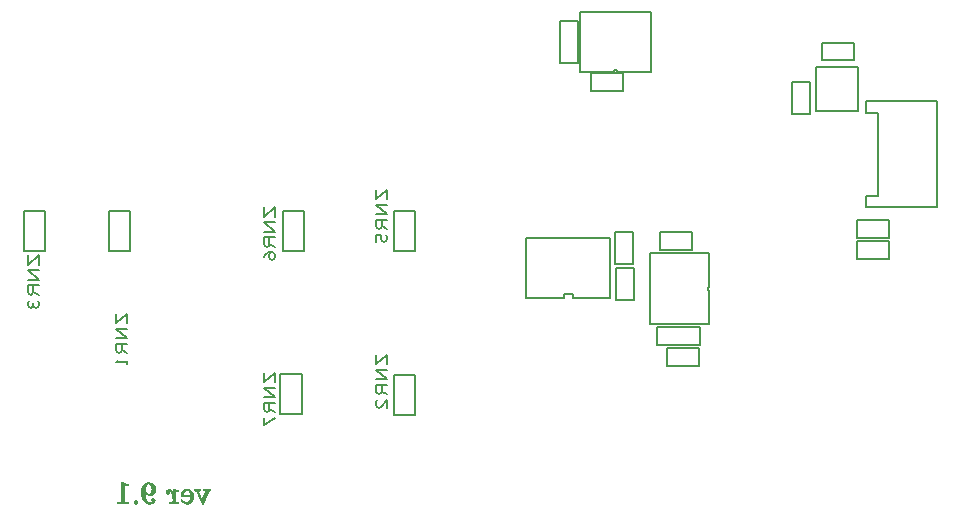
<source format=gbo>
%FSLAX34Y34*%
%MOMM*%
G04 EasyPC Gerber Version 18.0.6 Build 3620 *
%ADD80C,0.02540*%
%ADD10C,0.12700*%
X0Y0D02*
D02*
D10*
X65069Y266390D02*
Y258452D01*
X74594Y266390*
Y258452*
Y253690D02*
X65069D01*
X74594Y245752*
X65069*
X74594Y240990D02*
X65069D01*
Y235434*
X65862Y233846*
X67450Y233052*
X69037Y233846*
X69831Y235434*
Y240990*
Y235434D02*
X74594Y233052D01*
X73800Y227496D02*
X74594Y225909D01*
Y224321*
X73800Y222734*
X72212Y221940*
X70625Y222734*
X69831Y224321*
Y225909*
Y224321D02*
X69037Y222734D01*
X67450Y221940*
X65862Y222734*
X65069Y224321*
Y225909*
X65862Y227496*
X79665Y304180D02*
Y270100D01*
X61585*
Y304180*
X79665*
X139969Y216890D02*
Y208952D01*
X149494Y216890*
Y208952*
Y204190D02*
X139969D01*
X149494Y196252*
X139969*
X149494Y191490D02*
X139969D01*
Y185934*
X140762Y184346*
X142350Y183552*
X143937Y184346*
X144731Y185934*
Y191490*
Y185934D02*
X149494Y183552D01*
Y177202D02*
Y174027D01*
Y175615D02*
X139969D01*
X141556Y177202*
X151915Y303930D02*
Y269850D01*
X133835*
Y303930*
X151915*
X264969Y166890D02*
Y158952D01*
X274494Y166890*
Y158952*
Y154190D02*
X264969D01*
X274494Y146252*
X264969*
X274494Y141490D02*
X264969D01*
Y135934*
X265762Y134346*
X267350Y133552*
X268937Y134346*
X269731Y135934*
Y141490*
Y135934D02*
X274494Y133552D01*
Y128790D02*
X264969Y122440D01*
Y128790*
Y306890D02*
Y298952D01*
X274494Y306890*
Y298952*
Y294190D02*
X264969D01*
X274494Y286252*
X264969*
X274494Y281490D02*
X264969D01*
Y275934*
X265762Y274346*
X267350Y273552*
X268937Y274346*
X269731Y275934*
Y281490*
Y275934D02*
X274494Y273552D01*
X272112Y268790D02*
X270525Y267996D01*
X269731Y266409*
Y264821*
X270525Y263234*
X272112Y262440*
X273700Y263234*
X274494Y264821*
Y266409*
X273700Y267996*
X272112Y268790*
X269731*
X267350Y267996*
X265762Y266409*
X264969Y264821*
X278835Y131850D02*
Y165930D01*
X296915*
Y131850*
X278835*
X280835Y269850D02*
Y303930D01*
X298915*
Y269850*
X280835*
X359969Y181890D02*
Y173952D01*
X369494Y181890*
Y173952*
Y169190D02*
X359969D01*
X369494Y161252*
X359969*
X369494Y156490D02*
X359969D01*
Y150934*
X360762Y149346*
X362350Y148552*
X363937Y149346*
X364731Y150934*
Y156490*
Y150934D02*
X369494Y148552D01*
Y137440D02*
Y143790D01*
X363937Y138234*
X362350Y137440*
X360762Y138234*
X359969Y139821*
Y142202*
X360762Y143790*
X359969Y321890D02*
Y313952D01*
X369494Y321890*
Y313952*
Y309190D02*
X359969D01*
X369494Y301252*
X359969*
X369494Y296490D02*
X359969D01*
Y290934*
X360762Y289346*
X362350Y288552*
X363937Y289346*
X364731Y290934*
Y296490*
Y290934D02*
X369494Y288552D01*
X368700Y283790D02*
X369494Y282202D01*
Y279821*
X368700Y278234*
X367112Y277440*
X366319*
X364731Y278234*
X363937Y279821*
Y283790*
X359969*
Y277440*
X374835Y130850D02*
Y164930D01*
X392915*
Y130850*
X374835*
Y269850D02*
Y303930D01*
X392915*
Y269850*
X374835*
X515875Y428890D02*
Y464890D01*
X530875*
Y428890*
X515875*
X542335Y420430D02*
X569415D01*
Y405350*
X542335*
Y420430*
X558275Y229990D02*
Y280690D01*
X486875*
Y229990*
X518825*
Y233740*
X526325*
Y229990*
X558275*
X562335Y258750D02*
Y285830D01*
X577415*
Y258750*
X562335*
X563335Y228750D02*
Y255830D01*
X578415*
Y228750*
X563335*
X593075Y421840D02*
Y471940D01*
X532675*
Y421840*
X561625*
Y423090*
X564125*
Y421840*
X593075*
X600335Y285830D02*
X627415D01*
Y270750*
X600335*
Y285830*
X633415Y172750D02*
X606335D01*
Y187830*
X633415*
Y172750*
X633875Y190290D02*
X597875D01*
Y205290*
X633875*
Y190290*
X641925Y268490D02*
X591825D01*
Y208090*
X641925*
Y237040*
X640675*
Y239540*
X641925*
Y268490*
X727415Y413430D02*
Y386350D01*
X712335*
Y413430*
X727415*
X732730Y388585D02*
X768375D01*
Y426050*
X732730*
Y388585*
X737335Y446430D02*
X764415D01*
Y431350*
X737335*
Y446430*
X774875Y306890D02*
Y316890D01*
X784875*
Y386890*
X774875*
Y396890*
X834875*
Y306890*
X774875*
X794415Y263350D02*
X767335D01*
Y278430*
X794415*
Y263350*
Y281350D02*
X767335D01*
Y296430*
X794415*
Y281350*
D02*
D80*
X219565Y68250D02*
X213675D01*
Y67320*
X214605*
X215225Y67010*
X215535Y66700*
X215225Y66080*
X212125Y59260*
X209335Y65770*
Y66080*
X209645Y67010*
X211195Y67320*
Y68250*
X206235*
Y67320*
X207475Y67010*
X208095Y66080*
X212745Y56160*
X213365*
X217705Y66390*
X218325Y67010*
X219565Y67320*
Y68250*
X194455Y62360D02*
X202825D01*
X202515Y60190*
X201895Y58640*
X200655Y57710*
X199105Y57400*
X197865*
X196935Y58020*
X196005Y58640*
X195075Y59880*
X194455Y59570*
X195385Y58020*
X196625Y57090*
X197865Y56470*
X199725Y56160*
X201585Y56470*
X203445Y57710*
X204685Y59880*
X204995Y62050*
X204685Y64840*
X203445Y66700*
X201585Y68250*
X199725Y68560*
X198175Y68250*
X196625Y67630*
X195695Y66700*
X194765Y65150*
X194455Y62360*
X202825Y63290D02*
X197555D01*
X196935Y63600*
X196625Y64530*
X196935Y65770*
X197555Y66700*
X198485Y67320*
X199725Y67630*
X200965Y67320*
X201895Y66390*
X202515Y65150*
X202825Y63290*
X192285Y67940D02*
X187945Y68250D01*
Y63600*
X187325Y65770*
X186395Y67320*
X185465Y68250*
X184225Y68560*
X182675Y67940*
X182055Y66390*
X182365Y64840*
X183605Y64530*
X184535Y64840*
X184845Y66080*
X184535Y67010*
X184225Y67320*
X184535Y67630*
X185465Y67010*
X186395Y65770*
X187015Y64530*
X187325Y62360*
X187635Y60810*
Y58330*
X187325Y57710*
X186395Y57400*
X184845*
Y56470*
X192285*
Y57400*
X191045*
X190115Y57710*
X189805Y58020*
Y65460*
X190115Y66700*
X191355Y67010*
X192285*
Y67940*
X164075Y65460D02*
X165935Y63910D01*
X168105Y63290*
X169965Y63600*
X171515Y64530*
X172755Y66080*
X173065Y68250*
X172755Y70420*
X171205Y72280*
X169345Y73830*
X167175Y74140*
X164695Y73520*
X162835Y71970*
X161285Y69490*
X160975Y66080*
X161285Y62980*
X161905Y60500*
X163145Y58640*
X164695Y57090*
X166245Y56470*
X168105Y56160*
X169965Y56470*
X171205Y57090*
X172135Y58020*
X172445Y58950*
X172135Y60190*
X170895Y60810*
X169965Y60500*
X169655Y59260*
X169965Y58330*
Y58020*
X169655Y57400*
X168415Y57090*
X167175*
X166245Y57710*
X165315Y58640*
X164695Y60190*
X164075Y62050*
Y64220*
Y65460*
X167175Y73210D02*
X168105Y72900D01*
X169035Y71970*
X169655Y70420*
X169965Y68560*
X169655Y66700*
X169035Y65150*
X168105Y64530*
X167175Y64220*
X165935Y64530*
X165005Y65460*
X164385Y66700*
X164075Y68560*
X164385Y70420*
X165005Y71970*
X165935Y72900*
X167175Y73210*
X156325Y58950D02*
X155085Y58640D01*
X154775Y57400*
X155085Y56470*
X156325Y56160*
X157255Y56470*
X157875Y57400*
X157255Y58640*
X156325Y58950*
X143925Y74140D02*
Y58330D01*
X143615Y57710*
X142685Y57400*
X140515*
Y56470*
X149815*
Y57400*
X147645*
X146715Y57710*
X146405Y58640*
Y70730*
X146715Y71350*
X147335Y71660*
X149815*
Y72590*
X147955Y72900*
X146715Y73210*
X144545Y74140*
X143925*
X155509Y56364D02*
X156937D01*
X166881D02*
X169329D01*
X198501D02*
X200949D01*
X212649D02*
X213452D01*
X140515Y56602D02*
X149815D01*
X155041D02*
X157343D01*
X165915D02*
X170229D01*
X184845D02*
X192285D01*
X197601D02*
X201783D01*
X212538D02*
X213553D01*
X140515Y56840D02*
X149815D01*
X154962D02*
X157502D01*
X165320D02*
X170705D01*
X184845D02*
X192285D01*
X197125D02*
X202140D01*
X212426D02*
X213653D01*
X140515Y57078D02*
X149815D01*
X154882D02*
X157660D01*
X164725D02*
X171181D01*
X184845D02*
X192285D01*
X196649D02*
X202497D01*
X212315D02*
X213754D01*
X140515Y57316D02*
X149815D01*
X154803D02*
X157819D01*
X164469D02*
X166836D01*
X169319D02*
X171431D01*
X184845D02*
X192285D01*
X196324D02*
X202854D01*
X212203D02*
X213855D01*
X143147Y57554D02*
X147183D01*
X154813D02*
X157798D01*
X164231D02*
X166479D01*
X169732D02*
X171669D01*
X186857D02*
X190583D01*
X196006D02*
X197634D01*
X199875D02*
X203211D01*
X212092D02*
X213956D01*
X143656Y57792D02*
X146688D01*
X154873D02*
X157679D01*
X163993D02*
X166163D01*
X169851D02*
X171907D01*
X187366D02*
X190033D01*
X195689D02*
X197277D01*
X200764D02*
X203492D01*
X211980D02*
X214057D01*
X143775Y58030D02*
X146608D01*
X154932D02*
X157560D01*
X163755D02*
X165925D01*
X169965D02*
X172138D01*
X187485D02*
X189805D01*
X195379D02*
X196920D01*
X201082D02*
X203628D01*
X211868D02*
X214158D01*
X143894Y58268D02*
X146529D01*
X154992D02*
X157441D01*
X163517D02*
X165687D01*
X169965D02*
X172218D01*
X187604D02*
X189805D01*
X195236D02*
X196563D01*
X201399D02*
X203764D01*
X211757D02*
X214259D01*
X143925Y58506D02*
X146450D01*
X155051D02*
X157322D01*
X163279D02*
X165449D01*
X169906D02*
X172297D01*
X187635D02*
X189805D01*
X195093D02*
X196206D01*
X201716D02*
X203900D01*
X211645D02*
X214360D01*
X143925Y58744D02*
X146405D01*
X155501D02*
X156943D01*
X163076D02*
X165273D01*
X169827D02*
X172376D01*
X187635D02*
X189805D01*
X194951D02*
X195927D01*
X201937D02*
X204036D01*
X211534D02*
X214461D01*
X143925Y58982D02*
X146405D01*
X162917D02*
X165178D01*
X169748D02*
X172437D01*
X187635D02*
X189805D01*
X194808D02*
X195748D01*
X202032D02*
X204172D01*
X211422D02*
X214562D01*
X143925Y59220D02*
X146405D01*
X162758D02*
X165083D01*
X169668D02*
X172377D01*
X187635D02*
X189805D01*
X194665D02*
X195570D01*
X202127D02*
X204308D01*
X211311D02*
X214663D01*
X143925Y59458D02*
X146405D01*
X162600D02*
X164988D01*
X169704D02*
X172318D01*
X187635D02*
X189805D01*
X194522D02*
X195391D01*
X202222D02*
X204444D01*
X211199D02*
X212040D01*
X212215D02*
X214764D01*
X143925Y59696D02*
X146405D01*
X162441D02*
X164893D01*
X169764D02*
X172258D01*
X187635D02*
X189805D01*
X194707D02*
X195213D01*
X202317D02*
X204580D01*
X211088D02*
X211938D01*
X212323D02*
X214865D01*
X143925Y59934D02*
X146405D01*
X162282D02*
X164797D01*
X169823D02*
X172199D01*
X187635D02*
X189805D01*
X202413D02*
X204693D01*
X210976D02*
X211836D01*
X212431D02*
X214966D01*
X143925Y60172D02*
X146405D01*
X162124D02*
X164702D01*
X169883D02*
X172139D01*
X187635D02*
X189805D01*
X202508D02*
X204727D01*
X210864D02*
X211734D01*
X212540D02*
X215067D01*
X143925Y60410D02*
X146405D01*
X161965D02*
X164622D01*
X169942D02*
X171695D01*
X187635D02*
X189805D01*
X202546D02*
X204761D01*
X210753D02*
X211632D01*
X212648D02*
X215168D01*
X143925Y60648D02*
X146405D01*
X161868D02*
X164542D01*
X170409D02*
X171219D01*
X187635D02*
X189805D01*
X202580D02*
X204795D01*
X210641D02*
X211530D01*
X212756D02*
X215269D01*
X143925Y60886D02*
X146405D01*
X161809D02*
X164463D01*
X187620D02*
X189805D01*
X202614D02*
X204829D01*
X210530D02*
X211428D01*
X212864D02*
X215370D01*
X143925Y61124D02*
X146405D01*
X161749D02*
X164384D01*
X187572D02*
X189805D01*
X202648D02*
X204863D01*
X210418D02*
X211326D01*
X212972D02*
X215471D01*
X143925Y61362D02*
X146405D01*
X161690D02*
X164304D01*
X187525D02*
X189805D01*
X202682D02*
X204897D01*
X210307D02*
X211224D01*
X213080D02*
X215572D01*
X143925Y61600D02*
X146405D01*
X161630D02*
X164225D01*
X187477D02*
X189805D01*
X202716D02*
X204931D01*
X210195D02*
X211122D01*
X213189D02*
X215673D01*
X143925Y61838D02*
X146405D01*
X161571D02*
X164146D01*
X187429D02*
X189805D01*
X202750D02*
X204965D01*
X210083D02*
X211020D01*
X213297D02*
X215774D01*
X143925Y62076D02*
X146405D01*
X161511D02*
X164075D01*
X187382D02*
X189805D01*
X202784D02*
X204992D01*
X209972D02*
X210918D01*
X213405D02*
X215875D01*
X143925Y62314D02*
X146405D01*
X161452D02*
X164075D01*
X187334D02*
X189805D01*
X202818D02*
X204966D01*
X209860D02*
X210816D01*
X213513D02*
X215976D01*
X143925Y62552D02*
X146405D01*
X161392D02*
X164075D01*
X187298D02*
X189805D01*
X194476D02*
X204939D01*
X209749D02*
X210714D01*
X213621D02*
X216077D01*
X143925Y62790D02*
X146405D01*
X161333D02*
X164075D01*
X187264D02*
X189805D01*
X194503D02*
X204913D01*
X209637D02*
X210612D01*
X213730D02*
X216178D01*
X143925Y63028D02*
X146405D01*
X161280D02*
X164075D01*
X187230D02*
X189805D01*
X194529D02*
X204886D01*
X209526D02*
X210510D01*
X213838D02*
X216279D01*
X143925Y63266D02*
X146405D01*
X161256D02*
X164075D01*
X187196D02*
X189805D01*
X194556D02*
X204860D01*
X209414D02*
X210408D01*
X213946D02*
X216380D01*
X143925Y63504D02*
X146405D01*
X161233D02*
X164075D01*
X167356D02*
X169389D01*
X187162D02*
X189805D01*
X194582D02*
X197127D01*
X202789D02*
X204833D01*
X209303D02*
X210306D01*
X214054D02*
X216481D01*
X143925Y63742D02*
X146405D01*
X161209D02*
X164075D01*
X166523D02*
X170202D01*
X187128D02*
X187904D01*
X187945D02*
X189805D01*
X194609D02*
X196888D01*
X202750D02*
X204807D01*
X209191D02*
X210204D01*
X214162D02*
X216582D01*
X143925Y63980D02*
X146405D01*
X161185D02*
X164075D01*
X165851D02*
X170598D01*
X187094D02*
X187836D01*
X187945D02*
X189805D01*
X194635D02*
X196808D01*
X202710D02*
X204781D01*
X209079D02*
X210102D01*
X214270D02*
X216683D01*
X143925Y64218D02*
X146405D01*
X161161D02*
X164075D01*
X165565D02*
X167175D01*
X167183D02*
X170995D01*
X187060D02*
X187768D01*
X187945D02*
X189805D01*
X194661D02*
X196729D01*
X202670D02*
X204754D01*
X208968D02*
X210000D01*
X214379D02*
X216784D01*
X143925Y64456D02*
X146405D01*
X161137D02*
X164075D01*
X165280D02*
X166231D01*
X167883D02*
X171392D01*
X187026D02*
X187700D01*
X187945D02*
X189805D01*
X194688D02*
X196650D01*
X202631D02*
X204728D01*
X208856D02*
X209898D01*
X214487D02*
X216885D01*
X143925Y64694D02*
X146405D01*
X161114D02*
X164075D01*
X164994D02*
X165771D01*
X168351D02*
X171646D01*
X182949D02*
X184097D01*
X186933D02*
X187632D01*
X187945D02*
X189805D01*
X194714D02*
X196666D01*
X202591D02*
X204701D01*
X208745D02*
X209796D01*
X214595D02*
X216985D01*
X143925Y64932D02*
X146405D01*
X161090D02*
X164075D01*
X164709D02*
X165533D01*
X168708D02*
X171837D01*
X182347D02*
X184558D01*
X186814D02*
X187564D01*
X187945D02*
X189805D01*
X194741D02*
X196726D01*
X202551D02*
X204624D01*
X208633D02*
X209694D01*
X214703D02*
X217086D01*
X143925Y65170D02*
X146405D01*
X161066D02*
X164075D01*
X164423D02*
X165295D01*
X169043D02*
X172027D01*
X182299D02*
X184618D01*
X186695D02*
X187496D01*
X187945D02*
X189805D01*
X194777D02*
X196785D01*
X202505D02*
X204465D01*
X208522D02*
X209592D01*
X214811D02*
X217187D01*
X143925Y65408D02*
X146405D01*
X161042D02*
X164075D01*
X164137D02*
X165057D01*
X169138D02*
X172217D01*
X182251D02*
X184677D01*
X186576D02*
X187428D01*
X187945D02*
X189805D01*
X194920D02*
X196845D01*
X202386D02*
X204306D01*
X208410D02*
X209490D01*
X214920D02*
X217288D01*
X143925Y65646D02*
X146405D01*
X161018D02*
X164912D01*
X169233D02*
X172408D01*
X182204D02*
X184737D01*
X186457D02*
X187360D01*
X187945D02*
X189852D01*
X195063D02*
X196904D01*
X202267D02*
X204148D01*
X208298D02*
X209388D01*
X215028D02*
X217389D01*
X143925Y65884D02*
X146405D01*
X160995D02*
X164793D01*
X169329D02*
X172598D01*
X182156D02*
X184796D01*
X186310D02*
X187257D01*
X187945D02*
X189911D01*
X195205D02*
X197011D01*
X202148D02*
X203989D01*
X208187D02*
X209335D01*
X215136D02*
X217490D01*
X143925Y66122D02*
X146405D01*
X160979D02*
X164674D01*
X169424D02*
X172761D01*
X182109D02*
X184831D01*
X186131D02*
X187114D01*
X187945D02*
X189971D01*
X195348D02*
X197170D01*
X202029D02*
X203830D01*
X208067D02*
X209349D01*
X215246D02*
X217591D01*
X143925Y66360D02*
X146405D01*
X161000D02*
X164555D01*
X169519D02*
X172795D01*
X182061D02*
X184752D01*
X185953D02*
X186971D01*
X187945D02*
X190030D01*
X195491D02*
X197328D01*
X201910D02*
X203672D01*
X207908D02*
X209428D01*
X215365D02*
X217692D01*
X143925Y66598D02*
X146405D01*
X161022D02*
X164436D01*
X169614D02*
X172829D01*
X182138D02*
X184672D01*
X185774D02*
X186828D01*
X187945D02*
X190090D01*
X195634D02*
X197487D01*
X201687D02*
X203513D01*
X207750D02*
X209508D01*
X215484D02*
X217913D01*
X143925Y66836D02*
X146405D01*
X161044D02*
X164362D01*
X169678D02*
X172863D01*
X182233D02*
X184593D01*
X185596D02*
X186685D01*
X187945D02*
X190659D01*
X195831D02*
X197759D01*
X201449D02*
X203282D01*
X207591D02*
X209587D01*
X215399D02*
X218151D01*
X143925Y67074D02*
X146405D01*
X161065D02*
X164323D01*
X169717D02*
X172897D01*
X182329D02*
X184471D01*
X185369D02*
X186543D01*
X187945D02*
X192285D01*
X196069D02*
X198116D01*
X201211D02*
X202996D01*
X207219D02*
X209965D01*
X215097D02*
X218581D01*
X143925Y67312D02*
X146405D01*
X161087D02*
X164283D01*
X169757D02*
X172931D01*
X182424D02*
X184233D01*
X185012D02*
X186400D01*
X187945D02*
X192285D01*
X196307D02*
X198473D01*
X200973D02*
X202711D01*
X206267D02*
X211155D01*
X214621D02*
X219533D01*
X143925Y67550D02*
X146405D01*
X161109D02*
X164243D01*
X169797D02*
X172965D01*
X182519D02*
X184455D01*
X184655D02*
X186165D01*
X187945D02*
X192285D01*
X196545D02*
X199405D01*
X200045D02*
X202425D01*
X206235D02*
X211195D01*
X213675D02*
X219565D01*
X143925Y67788D02*
X146405D01*
X161130D02*
X164204D01*
X169836D02*
X172999D01*
X182614D02*
X185927D01*
X187945D02*
X192285D01*
X197020D02*
X202139D01*
X206235D02*
X211195D01*
X213675D02*
X219565D01*
X143925Y68026D02*
X146405D01*
X161152D02*
X164164D01*
X169876D02*
X173033D01*
X182890D02*
X185689D01*
X187945D02*
X191081D01*
X197615D02*
X201854D01*
X206235D02*
X211195D01*
X213675D02*
X219565D01*
X143925Y68264D02*
X146405D01*
X161174D02*
X164124D01*
X169916D02*
X173063D01*
X183485D02*
X185409D01*
X198245D02*
X201501D01*
X143925Y68502D02*
X146405D01*
X161195D02*
X164085D01*
X169955D02*
X173029D01*
X184080D02*
X184457D01*
X199435D02*
X200073D01*
X143925Y68740D02*
X146405D01*
X161217D02*
X164105D01*
X169935D02*
X172995D01*
X143925Y68978D02*
X146405D01*
X161238D02*
X164145D01*
X169895D02*
X172961D01*
X143925Y69216D02*
X146405D01*
X161260D02*
X164184D01*
X169856D02*
X172927D01*
X143925Y69454D02*
X146405D01*
X161282D02*
X164224D01*
X169816D02*
X172893D01*
X143925Y69692D02*
X146405D01*
X161411D02*
X164264D01*
X169776D02*
X172859D01*
X143925Y69930D02*
X146405D01*
X161560D02*
X164303D01*
X169737D02*
X172825D01*
X143925Y70168D02*
X146405D01*
X161709D02*
X164343D01*
X169697D02*
X172791D01*
X143925Y70406D02*
X146405D01*
X161857D02*
X164383D01*
X169657D02*
X172757D01*
X143925Y70644D02*
X146405D01*
X162006D02*
X164475D01*
X169565D02*
X172568D01*
X143925Y70882D02*
X146481D01*
X162155D02*
X164570D01*
X169470D02*
X172370D01*
X143925Y71120D02*
X146600D01*
X162304D02*
X164665D01*
X169375D02*
X172172D01*
X143925Y71358D02*
X146731D01*
X162452D02*
X164760D01*
X169280D02*
X171973D01*
X143925Y71596D02*
X147207D01*
X162601D02*
X164855D01*
X169185D02*
X171775D01*
X143925Y71834D02*
X149815D01*
X162750D02*
X164951D01*
X169089D02*
X171577D01*
X143925Y72072D02*
X149815D01*
X162957D02*
X165107D01*
X168933D02*
X171378D01*
X143925Y72310D02*
X149815D01*
X163243D02*
X165345D01*
X168695D02*
X171169D01*
X143925Y72548D02*
X149815D01*
X163529D02*
X165583D01*
X168457D02*
X170883D01*
X143925Y72786D02*
X148639D01*
X163814D02*
X165821D01*
X168219D02*
X170598D01*
X143925Y73024D02*
X147459D01*
X164100D02*
X166431D01*
X167733D02*
X170312D01*
X143925Y73262D02*
X146594D01*
X164385D02*
X170027D01*
X143925Y73500D02*
X146038D01*
X164671D02*
X169741D01*
X143925Y73738D02*
X145483D01*
X165567D02*
X169455D01*
X143925Y73976D02*
X144928D01*
X166519D02*
X168323D01*
X0Y0D02*
M02*

</source>
